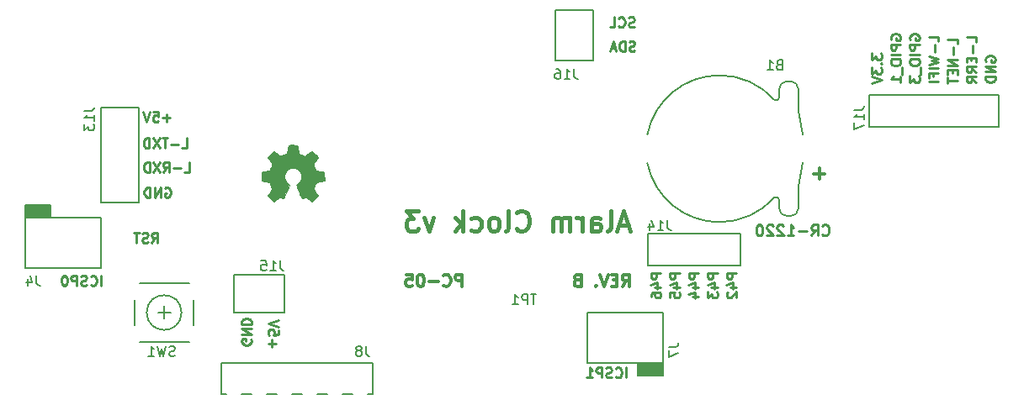
<source format=gbo>
G04 #@! TF.GenerationSoftware,KiCad,Pcbnew,5.0.0-fee4fd1~65~ubuntu17.10.1*
G04 #@! TF.CreationDate,2018-11-08T19:54:44-05:00*
G04 #@! TF.ProjectId,motherboard,6D6F74686572626F6172642E6B696361,rev?*
G04 #@! TF.SameCoordinates,Original*
G04 #@! TF.FileFunction,Legend,Bot*
G04 #@! TF.FilePolarity,Positive*
%FSLAX46Y46*%
G04 Gerber Fmt 4.6, Leading zero omitted, Abs format (unit mm)*
G04 Created by KiCad (PCBNEW 5.0.0-fee4fd1~65~ubuntu17.10.1) date Thu Nov  8 19:54:44 2018*
%MOMM*%
%LPD*%
G01*
G04 APERTURE LIST*
%ADD10C,0.250000*%
%ADD11C,0.180000*%
%ADD12C,0.300000*%
%ADD13C,0.400000*%
%ADD14C,0.002540*%
G04 APERTURE END LIST*
D10*
X122646595Y-103005000D02*
X122741833Y-102957380D01*
X122884690Y-102957380D01*
X123027547Y-103005000D01*
X123122785Y-103100238D01*
X123170404Y-103195476D01*
X123218023Y-103385952D01*
X123218023Y-103528809D01*
X123170404Y-103719285D01*
X123122785Y-103814523D01*
X123027547Y-103909761D01*
X122884690Y-103957380D01*
X122789452Y-103957380D01*
X122646595Y-103909761D01*
X122598976Y-103862142D01*
X122598976Y-103528809D01*
X122789452Y-103528809D01*
X122170404Y-103957380D02*
X122170404Y-102957380D01*
X121598976Y-103957380D01*
X121598976Y-102957380D01*
X121122785Y-103957380D02*
X121122785Y-102957380D01*
X120884690Y-102957380D01*
X120741833Y-103005000D01*
X120646595Y-103100238D01*
X120598976Y-103195476D01*
X120551357Y-103385952D01*
X120551357Y-103528809D01*
X120598976Y-103719285D01*
X120646595Y-103814523D01*
X120741833Y-103909761D01*
X120884690Y-103957380D01*
X121122785Y-103957380D01*
X205240000Y-90261785D02*
X205192380Y-90166547D01*
X205192380Y-90023690D01*
X205240000Y-89880833D01*
X205335238Y-89785595D01*
X205430476Y-89737976D01*
X205620952Y-89690357D01*
X205763809Y-89690357D01*
X205954285Y-89737976D01*
X206049523Y-89785595D01*
X206144761Y-89880833D01*
X206192380Y-90023690D01*
X206192380Y-90118928D01*
X206144761Y-90261785D01*
X206097142Y-90309404D01*
X205763809Y-90309404D01*
X205763809Y-90118928D01*
X206192380Y-90737976D02*
X205192380Y-90737976D01*
X206192380Y-91309404D01*
X205192380Y-91309404D01*
X206192380Y-91785595D02*
X205192380Y-91785595D01*
X205192380Y-92023690D01*
X205240000Y-92166547D01*
X205335238Y-92261785D01*
X205430476Y-92309404D01*
X205620952Y-92357023D01*
X205763809Y-92357023D01*
X205954285Y-92309404D01*
X206049523Y-92261785D01*
X206144761Y-92166547D01*
X206192380Y-92023690D01*
X206192380Y-91785595D01*
X193762380Y-89452261D02*
X193762380Y-90071309D01*
X194143333Y-89737976D01*
X194143333Y-89880833D01*
X194190952Y-89976071D01*
X194238571Y-90023690D01*
X194333809Y-90071309D01*
X194571904Y-90071309D01*
X194667142Y-90023690D01*
X194714761Y-89976071D01*
X194762380Y-89880833D01*
X194762380Y-89595119D01*
X194714761Y-89499880D01*
X194667142Y-89452261D01*
X194667142Y-90499880D02*
X194714761Y-90547500D01*
X194762380Y-90499880D01*
X194714761Y-90452261D01*
X194667142Y-90499880D01*
X194762380Y-90499880D01*
X193762380Y-90880833D02*
X193762380Y-91499880D01*
X194143333Y-91166547D01*
X194143333Y-91309404D01*
X194190952Y-91404642D01*
X194238571Y-91452261D01*
X194333809Y-91499880D01*
X194571904Y-91499880D01*
X194667142Y-91452261D01*
X194714761Y-91404642D01*
X194762380Y-91309404D01*
X194762380Y-91023690D01*
X194714761Y-90928452D01*
X194667142Y-90880833D01*
X193762380Y-91785595D02*
X194762380Y-92118928D01*
X193762380Y-92452261D01*
D11*
G36*
X170180000Y-121920000D02*
X170180000Y-120650000D01*
X172720000Y-120650000D01*
X172720000Y-121920000D01*
X170180000Y-121920000D01*
G37*
X170180000Y-121920000D02*
X170180000Y-120650000D01*
X172720000Y-120650000D01*
X172720000Y-121920000D01*
X170180000Y-121920000D01*
G36*
X108585000Y-106045000D02*
X108585000Y-104775000D01*
X111125000Y-104775000D01*
X111125000Y-106045000D01*
X108585000Y-106045000D01*
G37*
X108585000Y-106045000D02*
X108585000Y-104775000D01*
X111125000Y-104775000D01*
X111125000Y-106045000D01*
X108585000Y-106045000D01*
D10*
X169024357Y-122118380D02*
X169024357Y-121118380D01*
X167976738Y-122023142D02*
X168024357Y-122070761D01*
X168167214Y-122118380D01*
X168262452Y-122118380D01*
X168405309Y-122070761D01*
X168500547Y-121975523D01*
X168548166Y-121880285D01*
X168595785Y-121689809D01*
X168595785Y-121546952D01*
X168548166Y-121356476D01*
X168500547Y-121261238D01*
X168405309Y-121166000D01*
X168262452Y-121118380D01*
X168167214Y-121118380D01*
X168024357Y-121166000D01*
X167976738Y-121213619D01*
X167595785Y-122070761D02*
X167452928Y-122118380D01*
X167214833Y-122118380D01*
X167119595Y-122070761D01*
X167071976Y-122023142D01*
X167024357Y-121927904D01*
X167024357Y-121832666D01*
X167071976Y-121737428D01*
X167119595Y-121689809D01*
X167214833Y-121642190D01*
X167405309Y-121594571D01*
X167500547Y-121546952D01*
X167548166Y-121499333D01*
X167595785Y-121404095D01*
X167595785Y-121308857D01*
X167548166Y-121213619D01*
X167500547Y-121166000D01*
X167405309Y-121118380D01*
X167167214Y-121118380D01*
X167024357Y-121166000D01*
X166595785Y-122118380D02*
X166595785Y-121118380D01*
X166214833Y-121118380D01*
X166119595Y-121166000D01*
X166071976Y-121213619D01*
X166024357Y-121308857D01*
X166024357Y-121451714D01*
X166071976Y-121546952D01*
X166119595Y-121594571D01*
X166214833Y-121642190D01*
X166595785Y-121642190D01*
X165071976Y-122118380D02*
X165643404Y-122118380D01*
X165357690Y-122118380D02*
X165357690Y-121118380D01*
X165452928Y-121261238D01*
X165548166Y-121356476D01*
X165643404Y-121404095D01*
X116192357Y-112847380D02*
X116192357Y-111847380D01*
X115144738Y-112752142D02*
X115192357Y-112799761D01*
X115335214Y-112847380D01*
X115430452Y-112847380D01*
X115573309Y-112799761D01*
X115668547Y-112704523D01*
X115716166Y-112609285D01*
X115763785Y-112418809D01*
X115763785Y-112275952D01*
X115716166Y-112085476D01*
X115668547Y-111990238D01*
X115573309Y-111895000D01*
X115430452Y-111847380D01*
X115335214Y-111847380D01*
X115192357Y-111895000D01*
X115144738Y-111942619D01*
X114763785Y-112799761D02*
X114620928Y-112847380D01*
X114382833Y-112847380D01*
X114287595Y-112799761D01*
X114239976Y-112752142D01*
X114192357Y-112656904D01*
X114192357Y-112561666D01*
X114239976Y-112466428D01*
X114287595Y-112418809D01*
X114382833Y-112371190D01*
X114573309Y-112323571D01*
X114668547Y-112275952D01*
X114716166Y-112228333D01*
X114763785Y-112133095D01*
X114763785Y-112037857D01*
X114716166Y-111942619D01*
X114668547Y-111895000D01*
X114573309Y-111847380D01*
X114335214Y-111847380D01*
X114192357Y-111895000D01*
X113763785Y-112847380D02*
X113763785Y-111847380D01*
X113382833Y-111847380D01*
X113287595Y-111895000D01*
X113239976Y-111942619D01*
X113192357Y-112037857D01*
X113192357Y-112180714D01*
X113239976Y-112275952D01*
X113287595Y-112323571D01*
X113382833Y-112371190D01*
X113763785Y-112371190D01*
X112573309Y-111847380D02*
X112478071Y-111847380D01*
X112382833Y-111895000D01*
X112335214Y-111942619D01*
X112287595Y-112037857D01*
X112239976Y-112228333D01*
X112239976Y-112466428D01*
X112287595Y-112656904D01*
X112335214Y-112752142D01*
X112382833Y-112799761D01*
X112478071Y-112847380D01*
X112573309Y-112847380D01*
X112668547Y-112799761D01*
X112716166Y-112752142D01*
X112763785Y-112656904D01*
X112811404Y-112466428D01*
X112811404Y-112228333D01*
X112763785Y-112037857D01*
X112716166Y-111942619D01*
X112668547Y-111895000D01*
X112573309Y-111847380D01*
X121320261Y-108529380D02*
X121653595Y-108053190D01*
X121891690Y-108529380D02*
X121891690Y-107529380D01*
X121510738Y-107529380D01*
X121415500Y-107577000D01*
X121367880Y-107624619D01*
X121320261Y-107719857D01*
X121320261Y-107862714D01*
X121367880Y-107957952D01*
X121415500Y-108005571D01*
X121510738Y-108053190D01*
X121891690Y-108053190D01*
X120939309Y-108481761D02*
X120796452Y-108529380D01*
X120558357Y-108529380D01*
X120463119Y-108481761D01*
X120415500Y-108434142D01*
X120367880Y-108338904D01*
X120367880Y-108243666D01*
X120415500Y-108148428D01*
X120463119Y-108100809D01*
X120558357Y-108053190D01*
X120748833Y-108005571D01*
X120844071Y-107957952D01*
X120891690Y-107910333D01*
X120939309Y-107815095D01*
X120939309Y-107719857D01*
X120891690Y-107624619D01*
X120844071Y-107577000D01*
X120748833Y-107529380D01*
X120510738Y-107529380D01*
X120367880Y-107577000D01*
X120082166Y-107529380D02*
X119510738Y-107529380D01*
X119796452Y-108529380D02*
X119796452Y-107529380D01*
D12*
X152533000Y-112937857D02*
X152533000Y-111737857D01*
X152075857Y-111737857D01*
X151961571Y-111795000D01*
X151904428Y-111852142D01*
X151847285Y-111966428D01*
X151847285Y-112137857D01*
X151904428Y-112252142D01*
X151961571Y-112309285D01*
X152075857Y-112366428D01*
X152533000Y-112366428D01*
X150647285Y-112823571D02*
X150704428Y-112880714D01*
X150875857Y-112937857D01*
X150990142Y-112937857D01*
X151161571Y-112880714D01*
X151275857Y-112766428D01*
X151333000Y-112652142D01*
X151390142Y-112423571D01*
X151390142Y-112252142D01*
X151333000Y-112023571D01*
X151275857Y-111909285D01*
X151161571Y-111795000D01*
X150990142Y-111737857D01*
X150875857Y-111737857D01*
X150704428Y-111795000D01*
X150647285Y-111852142D01*
X150133000Y-112480714D02*
X149218714Y-112480714D01*
X148418714Y-111737857D02*
X148304428Y-111737857D01*
X148190142Y-111795000D01*
X148133000Y-111852142D01*
X148075857Y-111966428D01*
X148018714Y-112195000D01*
X148018714Y-112480714D01*
X148075857Y-112709285D01*
X148133000Y-112823571D01*
X148190142Y-112880714D01*
X148304428Y-112937857D01*
X148418714Y-112937857D01*
X148533000Y-112880714D01*
X148590142Y-112823571D01*
X148647285Y-112709285D01*
X148704428Y-112480714D01*
X148704428Y-112195000D01*
X148647285Y-111966428D01*
X148590142Y-111852142D01*
X148533000Y-111795000D01*
X148418714Y-111737857D01*
X146933000Y-111737857D02*
X147504428Y-111737857D01*
X147561571Y-112309285D01*
X147504428Y-112252142D01*
X147390142Y-112195000D01*
X147104428Y-112195000D01*
X146990142Y-112252142D01*
X146933000Y-112309285D01*
X146875857Y-112423571D01*
X146875857Y-112709285D01*
X146933000Y-112823571D01*
X146990142Y-112880714D01*
X147104428Y-112937857D01*
X147390142Y-112937857D01*
X147504428Y-112880714D01*
X147561571Y-112823571D01*
D10*
X123170404Y-95956428D02*
X122408500Y-95956428D01*
X122789452Y-96337380D02*
X122789452Y-95575476D01*
X121456119Y-95337380D02*
X121932309Y-95337380D01*
X121979928Y-95813571D01*
X121932309Y-95765952D01*
X121837071Y-95718333D01*
X121598976Y-95718333D01*
X121503738Y-95765952D01*
X121456119Y-95813571D01*
X121408500Y-95908809D01*
X121408500Y-96146904D01*
X121456119Y-96242142D01*
X121503738Y-96289761D01*
X121598976Y-96337380D01*
X121837071Y-96337380D01*
X121932309Y-96289761D01*
X121979928Y-96242142D01*
X121122785Y-95337380D02*
X120789452Y-96337380D01*
X120456119Y-95337380D01*
D12*
X189039428Y-101580142D02*
X187896571Y-101580142D01*
X188468000Y-102151571D02*
X188468000Y-101008714D01*
X168652571Y-112937857D02*
X169052571Y-112366428D01*
X169338285Y-112937857D02*
X169338285Y-111737857D01*
X168881142Y-111737857D01*
X168766857Y-111795000D01*
X168709714Y-111852142D01*
X168652571Y-111966428D01*
X168652571Y-112137857D01*
X168709714Y-112252142D01*
X168766857Y-112309285D01*
X168881142Y-112366428D01*
X169338285Y-112366428D01*
X168138285Y-112309285D02*
X167738285Y-112309285D01*
X167566857Y-112937857D02*
X168138285Y-112937857D01*
X168138285Y-111737857D01*
X167566857Y-111737857D01*
X167224000Y-111737857D02*
X166824000Y-112937857D01*
X166424000Y-111737857D01*
X166024000Y-112823571D02*
X165966857Y-112880714D01*
X166024000Y-112937857D01*
X166081142Y-112880714D01*
X166024000Y-112823571D01*
X166024000Y-112937857D01*
X164138285Y-112309285D02*
X163966857Y-112366428D01*
X163909714Y-112423571D01*
X163852571Y-112537857D01*
X163852571Y-112709285D01*
X163909714Y-112823571D01*
X163966857Y-112880714D01*
X164081142Y-112937857D01*
X164538285Y-112937857D01*
X164538285Y-111737857D01*
X164138285Y-111737857D01*
X164024000Y-111795000D01*
X163966857Y-111852142D01*
X163909714Y-111966428D01*
X163909714Y-112080714D01*
X163966857Y-112195000D01*
X164024000Y-112252142D01*
X164138285Y-112309285D01*
X164538285Y-112309285D01*
D10*
X188786714Y-107707857D02*
X188839095Y-107760238D01*
X188996238Y-107812619D01*
X189101000Y-107812619D01*
X189258142Y-107760238D01*
X189362904Y-107655476D01*
X189415285Y-107550714D01*
X189467666Y-107341190D01*
X189467666Y-107184047D01*
X189415285Y-106974523D01*
X189362904Y-106869761D01*
X189258142Y-106765000D01*
X189101000Y-106712619D01*
X188996238Y-106712619D01*
X188839095Y-106765000D01*
X188786714Y-106817380D01*
X187686714Y-107812619D02*
X188053380Y-107288809D01*
X188315285Y-107812619D02*
X188315285Y-106712619D01*
X187896238Y-106712619D01*
X187791476Y-106765000D01*
X187739095Y-106817380D01*
X187686714Y-106922142D01*
X187686714Y-107079285D01*
X187739095Y-107184047D01*
X187791476Y-107236428D01*
X187896238Y-107288809D01*
X188315285Y-107288809D01*
X187215285Y-107393571D02*
X186377190Y-107393571D01*
X185277190Y-107812619D02*
X185905761Y-107812619D01*
X185591476Y-107812619D02*
X185591476Y-106712619D01*
X185696238Y-106869761D01*
X185801000Y-106974523D01*
X185905761Y-107026904D01*
X184858142Y-106817380D02*
X184805761Y-106765000D01*
X184701000Y-106712619D01*
X184439095Y-106712619D01*
X184334333Y-106765000D01*
X184281952Y-106817380D01*
X184229571Y-106922142D01*
X184229571Y-107026904D01*
X184281952Y-107184047D01*
X184910523Y-107812619D01*
X184229571Y-107812619D01*
X183810523Y-106817380D02*
X183758142Y-106765000D01*
X183653380Y-106712619D01*
X183391476Y-106712619D01*
X183286714Y-106765000D01*
X183234333Y-106817380D01*
X183181952Y-106922142D01*
X183181952Y-107026904D01*
X183234333Y-107184047D01*
X183862904Y-107812619D01*
X183181952Y-107812619D01*
X182501000Y-106712619D02*
X182396238Y-106712619D01*
X182291476Y-106765000D01*
X182239095Y-106817380D01*
X182186714Y-106922142D01*
X182134333Y-107131666D01*
X182134333Y-107393571D01*
X182186714Y-107603095D01*
X182239095Y-107707857D01*
X182291476Y-107760238D01*
X182396238Y-107812619D01*
X182501000Y-107812619D01*
X182605761Y-107760238D01*
X182658142Y-107707857D01*
X182710523Y-107603095D01*
X182762904Y-107393571D01*
X182762904Y-107131666D01*
X182710523Y-106922142D01*
X182658142Y-106817380D01*
X182605761Y-106765000D01*
X182501000Y-106712619D01*
D13*
X169285047Y-106759333D02*
X168332666Y-106759333D01*
X169475523Y-107330761D02*
X168808857Y-105330761D01*
X168142190Y-107330761D01*
X167189809Y-107330761D02*
X167380285Y-107235523D01*
X167475523Y-107045047D01*
X167475523Y-105330761D01*
X165570761Y-107330761D02*
X165570761Y-106283142D01*
X165666000Y-106092666D01*
X165856476Y-105997428D01*
X166237428Y-105997428D01*
X166427904Y-106092666D01*
X165570761Y-107235523D02*
X165761238Y-107330761D01*
X166237428Y-107330761D01*
X166427904Y-107235523D01*
X166523142Y-107045047D01*
X166523142Y-106854571D01*
X166427904Y-106664095D01*
X166237428Y-106568857D01*
X165761238Y-106568857D01*
X165570761Y-106473619D01*
X164618380Y-107330761D02*
X164618380Y-105997428D01*
X164618380Y-106378380D02*
X164523142Y-106187904D01*
X164427904Y-106092666D01*
X164237428Y-105997428D01*
X164046952Y-105997428D01*
X163380285Y-107330761D02*
X163380285Y-105997428D01*
X163380285Y-106187904D02*
X163285047Y-106092666D01*
X163094571Y-105997428D01*
X162808857Y-105997428D01*
X162618380Y-106092666D01*
X162523142Y-106283142D01*
X162523142Y-107330761D01*
X162523142Y-106283142D02*
X162427904Y-106092666D01*
X162237428Y-105997428D01*
X161951714Y-105997428D01*
X161761238Y-106092666D01*
X161666000Y-106283142D01*
X161666000Y-107330761D01*
X158046952Y-107140285D02*
X158142190Y-107235523D01*
X158427904Y-107330761D01*
X158618380Y-107330761D01*
X158904095Y-107235523D01*
X159094571Y-107045047D01*
X159189809Y-106854571D01*
X159285047Y-106473619D01*
X159285047Y-106187904D01*
X159189809Y-105806952D01*
X159094571Y-105616476D01*
X158904095Y-105426000D01*
X158618380Y-105330761D01*
X158427904Y-105330761D01*
X158142190Y-105426000D01*
X158046952Y-105521238D01*
X156904095Y-107330761D02*
X157094571Y-107235523D01*
X157189809Y-107045047D01*
X157189809Y-105330761D01*
X155856476Y-107330761D02*
X156046952Y-107235523D01*
X156142190Y-107140285D01*
X156237428Y-106949809D01*
X156237428Y-106378380D01*
X156142190Y-106187904D01*
X156046952Y-106092666D01*
X155856476Y-105997428D01*
X155570761Y-105997428D01*
X155380285Y-106092666D01*
X155285047Y-106187904D01*
X155189809Y-106378380D01*
X155189809Y-106949809D01*
X155285047Y-107140285D01*
X155380285Y-107235523D01*
X155570761Y-107330761D01*
X155856476Y-107330761D01*
X153475523Y-107235523D02*
X153666000Y-107330761D01*
X154046952Y-107330761D01*
X154237428Y-107235523D01*
X154332666Y-107140285D01*
X154427904Y-106949809D01*
X154427904Y-106378380D01*
X154332666Y-106187904D01*
X154237428Y-106092666D01*
X154046952Y-105997428D01*
X153666000Y-105997428D01*
X153475523Y-106092666D01*
X152618380Y-107330761D02*
X152618380Y-105330761D01*
X152427904Y-106568857D02*
X151856476Y-107330761D01*
X151856476Y-105997428D02*
X152618380Y-106759333D01*
X149666000Y-105997428D02*
X149189809Y-107330761D01*
X148713619Y-105997428D01*
X148142190Y-105330761D02*
X146904095Y-105330761D01*
X147570761Y-106092666D01*
X147285047Y-106092666D01*
X147094571Y-106187904D01*
X146999333Y-106283142D01*
X146904095Y-106473619D01*
X146904095Y-106949809D01*
X146999333Y-107140285D01*
X147094571Y-107235523D01*
X147285047Y-107330761D01*
X147856476Y-107330761D01*
X148046952Y-107235523D01*
X148142190Y-107140285D01*
D10*
X131310000Y-118272214D02*
X131357619Y-118367452D01*
X131357619Y-118510309D01*
X131310000Y-118653166D01*
X131214761Y-118748404D01*
X131119523Y-118796023D01*
X130929047Y-118843642D01*
X130786190Y-118843642D01*
X130595714Y-118796023D01*
X130500476Y-118748404D01*
X130405238Y-118653166D01*
X130357619Y-118510309D01*
X130357619Y-118415071D01*
X130405238Y-118272214D01*
X130452857Y-118224595D01*
X130786190Y-118224595D01*
X130786190Y-118415071D01*
X130357619Y-117796023D02*
X131357619Y-117796023D01*
X130357619Y-117224595D01*
X131357619Y-117224595D01*
X130357619Y-116748404D02*
X131357619Y-116748404D01*
X131357619Y-116510309D01*
X131310000Y-116367452D01*
X131214761Y-116272214D01*
X131119523Y-116224595D01*
X130929047Y-116176976D01*
X130786190Y-116176976D01*
X130595714Y-116224595D01*
X130500476Y-116272214D01*
X130405238Y-116367452D01*
X130357619Y-116510309D01*
X130357619Y-116748404D01*
X124599214Y-101417380D02*
X125075404Y-101417380D01*
X125075404Y-100417380D01*
X124265880Y-101036428D02*
X123503976Y-101036428D01*
X122456357Y-101417380D02*
X122789690Y-100941190D01*
X123027785Y-101417380D02*
X123027785Y-100417380D01*
X122646833Y-100417380D01*
X122551595Y-100465000D01*
X122503976Y-100512619D01*
X122456357Y-100607857D01*
X122456357Y-100750714D01*
X122503976Y-100845952D01*
X122551595Y-100893571D01*
X122646833Y-100941190D01*
X123027785Y-100941190D01*
X122123023Y-100417380D02*
X121456357Y-101417380D01*
X121456357Y-100417380D02*
X122123023Y-101417380D01*
X121075404Y-101417380D02*
X121075404Y-100417380D01*
X120837309Y-100417380D01*
X120694452Y-100465000D01*
X120599214Y-100560238D01*
X120551595Y-100655476D01*
X120503976Y-100845952D01*
X120503976Y-100988809D01*
X120551595Y-101179285D01*
X120599214Y-101274523D01*
X120694452Y-101369761D01*
X120837309Y-101417380D01*
X121075404Y-101417380D01*
X133405571Y-119050023D02*
X133405571Y-118288119D01*
X133024619Y-118669071D02*
X133786523Y-118669071D01*
X134024619Y-117335738D02*
X134024619Y-117811928D01*
X133548428Y-117859547D01*
X133596047Y-117811928D01*
X133643666Y-117716690D01*
X133643666Y-117478595D01*
X133596047Y-117383357D01*
X133548428Y-117335738D01*
X133453190Y-117288119D01*
X133215095Y-117288119D01*
X133119857Y-117335738D01*
X133072238Y-117383357D01*
X133024619Y-117478595D01*
X133024619Y-117716690D01*
X133072238Y-117811928D01*
X133119857Y-117859547D01*
X134024619Y-117002404D02*
X133024619Y-116669071D01*
X134024619Y-116335738D01*
X124345214Y-99004380D02*
X124821404Y-99004380D01*
X124821404Y-98004380D01*
X124011880Y-98623428D02*
X123249976Y-98623428D01*
X122916642Y-98004380D02*
X122345214Y-98004380D01*
X122630928Y-99004380D02*
X122630928Y-98004380D01*
X122107119Y-98004380D02*
X121440452Y-99004380D01*
X121440452Y-98004380D02*
X122107119Y-99004380D01*
X121059500Y-99004380D02*
X121059500Y-98004380D01*
X120821404Y-98004380D01*
X120678547Y-98052000D01*
X120583309Y-98147238D01*
X120535690Y-98242476D01*
X120488071Y-98432952D01*
X120488071Y-98575809D01*
X120535690Y-98766285D01*
X120583309Y-98861523D01*
X120678547Y-98956761D01*
X120821404Y-99004380D01*
X121059500Y-99004380D01*
X169913547Y-89177761D02*
X169770690Y-89225380D01*
X169532595Y-89225380D01*
X169437357Y-89177761D01*
X169389738Y-89130142D01*
X169342119Y-89034904D01*
X169342119Y-88939666D01*
X169389738Y-88844428D01*
X169437357Y-88796809D01*
X169532595Y-88749190D01*
X169723071Y-88701571D01*
X169818309Y-88653952D01*
X169865928Y-88606333D01*
X169913547Y-88511095D01*
X169913547Y-88415857D01*
X169865928Y-88320619D01*
X169818309Y-88273000D01*
X169723071Y-88225380D01*
X169484976Y-88225380D01*
X169342119Y-88273000D01*
X168913547Y-89225380D02*
X168913547Y-88225380D01*
X168675452Y-88225380D01*
X168532595Y-88273000D01*
X168437357Y-88368238D01*
X168389738Y-88463476D01*
X168342119Y-88653952D01*
X168342119Y-88796809D01*
X168389738Y-88987285D01*
X168437357Y-89082523D01*
X168532595Y-89177761D01*
X168675452Y-89225380D01*
X168913547Y-89225380D01*
X167961166Y-88939666D02*
X167484976Y-88939666D01*
X168056404Y-89225380D02*
X167723071Y-88225380D01*
X167389738Y-89225380D01*
X169865928Y-86764761D02*
X169723071Y-86812380D01*
X169484976Y-86812380D01*
X169389738Y-86764761D01*
X169342119Y-86717142D01*
X169294500Y-86621904D01*
X169294500Y-86526666D01*
X169342119Y-86431428D01*
X169389738Y-86383809D01*
X169484976Y-86336190D01*
X169675452Y-86288571D01*
X169770690Y-86240952D01*
X169818309Y-86193333D01*
X169865928Y-86098095D01*
X169865928Y-86002857D01*
X169818309Y-85907619D01*
X169770690Y-85860000D01*
X169675452Y-85812380D01*
X169437357Y-85812380D01*
X169294500Y-85860000D01*
X168294500Y-86717142D02*
X168342119Y-86764761D01*
X168484976Y-86812380D01*
X168580214Y-86812380D01*
X168723071Y-86764761D01*
X168818309Y-86669523D01*
X168865928Y-86574285D01*
X168913547Y-86383809D01*
X168913547Y-86240952D01*
X168865928Y-86050476D01*
X168818309Y-85955238D01*
X168723071Y-85860000D01*
X168580214Y-85812380D01*
X168484976Y-85812380D01*
X168342119Y-85860000D01*
X168294500Y-85907619D01*
X167389738Y-86812380D02*
X167865928Y-86812380D01*
X167865928Y-85812380D01*
X195715000Y-88071309D02*
X195667380Y-87976071D01*
X195667380Y-87833214D01*
X195715000Y-87690357D01*
X195810238Y-87595119D01*
X195905476Y-87547500D01*
X196095952Y-87499880D01*
X196238809Y-87499880D01*
X196429285Y-87547500D01*
X196524523Y-87595119D01*
X196619761Y-87690357D01*
X196667380Y-87833214D01*
X196667380Y-87928452D01*
X196619761Y-88071309D01*
X196572142Y-88118928D01*
X196238809Y-88118928D01*
X196238809Y-87928452D01*
X196667380Y-88547500D02*
X195667380Y-88547500D01*
X195667380Y-88928452D01*
X195715000Y-89023690D01*
X195762619Y-89071309D01*
X195857857Y-89118928D01*
X196000714Y-89118928D01*
X196095952Y-89071309D01*
X196143571Y-89023690D01*
X196191190Y-88928452D01*
X196191190Y-88547500D01*
X196667380Y-89547500D02*
X195667380Y-89547500D01*
X195667380Y-90214166D02*
X195667380Y-90404642D01*
X195715000Y-90499880D01*
X195810238Y-90595119D01*
X196000714Y-90642738D01*
X196334047Y-90642738D01*
X196524523Y-90595119D01*
X196619761Y-90499880D01*
X196667380Y-90404642D01*
X196667380Y-90214166D01*
X196619761Y-90118928D01*
X196524523Y-90023690D01*
X196334047Y-89976071D01*
X196000714Y-89976071D01*
X195810238Y-90023690D01*
X195715000Y-90118928D01*
X195667380Y-90214166D01*
X196762619Y-90833214D02*
X196762619Y-91595119D01*
X196667380Y-92357023D02*
X196667380Y-91785595D01*
X196667380Y-92071309D02*
X195667380Y-92071309D01*
X195810238Y-91976071D01*
X195905476Y-91880833D01*
X195953095Y-91785595D01*
X197620000Y-88071309D02*
X197572380Y-87976071D01*
X197572380Y-87833214D01*
X197620000Y-87690357D01*
X197715238Y-87595119D01*
X197810476Y-87547500D01*
X198000952Y-87499880D01*
X198143809Y-87499880D01*
X198334285Y-87547500D01*
X198429523Y-87595119D01*
X198524761Y-87690357D01*
X198572380Y-87833214D01*
X198572380Y-87928452D01*
X198524761Y-88071309D01*
X198477142Y-88118928D01*
X198143809Y-88118928D01*
X198143809Y-87928452D01*
X198572380Y-88547500D02*
X197572380Y-88547500D01*
X197572380Y-88928452D01*
X197620000Y-89023690D01*
X197667619Y-89071309D01*
X197762857Y-89118928D01*
X197905714Y-89118928D01*
X198000952Y-89071309D01*
X198048571Y-89023690D01*
X198096190Y-88928452D01*
X198096190Y-88547500D01*
X198572380Y-89547500D02*
X197572380Y-89547500D01*
X197572380Y-90214166D02*
X197572380Y-90404642D01*
X197620000Y-90499880D01*
X197715238Y-90595119D01*
X197905714Y-90642738D01*
X198239047Y-90642738D01*
X198429523Y-90595119D01*
X198524761Y-90499880D01*
X198572380Y-90404642D01*
X198572380Y-90214166D01*
X198524761Y-90118928D01*
X198429523Y-90023690D01*
X198239047Y-89976071D01*
X197905714Y-89976071D01*
X197715238Y-90023690D01*
X197620000Y-90118928D01*
X197572380Y-90214166D01*
X198667619Y-90833214D02*
X198667619Y-91595119D01*
X197572380Y-91737976D02*
X197572380Y-92357023D01*
X197953333Y-92023690D01*
X197953333Y-92166547D01*
X198000952Y-92261785D01*
X198048571Y-92309404D01*
X198143809Y-92357023D01*
X198381904Y-92357023D01*
X198477142Y-92309404D01*
X198524761Y-92261785D01*
X198572380Y-92166547D01*
X198572380Y-91880833D01*
X198524761Y-91785595D01*
X198477142Y-91737976D01*
X204287380Y-88309404D02*
X204287380Y-87833214D01*
X203287380Y-87833214D01*
X203906428Y-88642738D02*
X203906428Y-89404642D01*
X203763571Y-89880833D02*
X203763571Y-90214166D01*
X204287380Y-90357023D02*
X204287380Y-89880833D01*
X203287380Y-89880833D01*
X203287380Y-90357023D01*
X204287380Y-91357023D02*
X203811190Y-91023690D01*
X204287380Y-90785595D02*
X203287380Y-90785595D01*
X203287380Y-91166547D01*
X203335000Y-91261785D01*
X203382619Y-91309404D01*
X203477857Y-91357023D01*
X203620714Y-91357023D01*
X203715952Y-91309404D01*
X203763571Y-91261785D01*
X203811190Y-91166547D01*
X203811190Y-90785595D01*
X204287380Y-92357023D02*
X203811190Y-92023690D01*
X204287380Y-91785595D02*
X203287380Y-91785595D01*
X203287380Y-92166547D01*
X203335000Y-92261785D01*
X203382619Y-92309404D01*
X203477857Y-92357023D01*
X203620714Y-92357023D01*
X203715952Y-92309404D01*
X203763571Y-92261785D01*
X203811190Y-92166547D01*
X203811190Y-91785595D01*
X200477380Y-88261785D02*
X200477380Y-87785595D01*
X199477380Y-87785595D01*
X200096428Y-88595119D02*
X200096428Y-89357023D01*
X199477380Y-89737976D02*
X200477380Y-89976071D01*
X199763095Y-90166547D01*
X200477380Y-90357023D01*
X199477380Y-90595119D01*
X200477380Y-90976071D02*
X199477380Y-90976071D01*
X199953571Y-91785595D02*
X199953571Y-91452261D01*
X200477380Y-91452261D02*
X199477380Y-91452261D01*
X199477380Y-91928452D01*
X200477380Y-92309404D02*
X199477380Y-92309404D01*
X202382380Y-88499880D02*
X202382380Y-88023690D01*
X201382380Y-88023690D01*
X202001428Y-88833214D02*
X202001428Y-89595119D01*
X202382380Y-90071309D02*
X201382380Y-90071309D01*
X202382380Y-90642738D01*
X201382380Y-90642738D01*
X201858571Y-91118928D02*
X201858571Y-91452261D01*
X202382380Y-91595119D02*
X202382380Y-91118928D01*
X201382380Y-91118928D01*
X201382380Y-91595119D01*
X201382380Y-91880833D02*
X201382380Y-92452261D01*
X202382380Y-92166547D02*
X201382380Y-92166547D01*
X172537380Y-111597833D02*
X171537380Y-111597833D01*
X171537380Y-111978785D01*
X171585000Y-112074023D01*
X171632619Y-112121642D01*
X171727857Y-112169261D01*
X171870714Y-112169261D01*
X171965952Y-112121642D01*
X172013571Y-112074023D01*
X172061190Y-111978785D01*
X172061190Y-111597833D01*
X171870714Y-113026404D02*
X172537380Y-113026404D01*
X171489761Y-112788309D02*
X172204047Y-112550214D01*
X172204047Y-113169261D01*
X171537380Y-113978785D02*
X171537380Y-113788309D01*
X171585000Y-113693071D01*
X171632619Y-113645452D01*
X171775476Y-113550214D01*
X171965952Y-113502595D01*
X172346904Y-113502595D01*
X172442142Y-113550214D01*
X172489761Y-113597833D01*
X172537380Y-113693071D01*
X172537380Y-113883547D01*
X172489761Y-113978785D01*
X172442142Y-114026404D01*
X172346904Y-114074023D01*
X172108809Y-114074023D01*
X172013571Y-114026404D01*
X171965952Y-113978785D01*
X171918333Y-113883547D01*
X171918333Y-113693071D01*
X171965952Y-113597833D01*
X172013571Y-113550214D01*
X172108809Y-113502595D01*
X174442380Y-111597833D02*
X173442380Y-111597833D01*
X173442380Y-111978785D01*
X173490000Y-112074023D01*
X173537619Y-112121642D01*
X173632857Y-112169261D01*
X173775714Y-112169261D01*
X173870952Y-112121642D01*
X173918571Y-112074023D01*
X173966190Y-111978785D01*
X173966190Y-111597833D01*
X173775714Y-113026404D02*
X174442380Y-113026404D01*
X173394761Y-112788309D02*
X174109047Y-112550214D01*
X174109047Y-113169261D01*
X173442380Y-114026404D02*
X173442380Y-113550214D01*
X173918571Y-113502595D01*
X173870952Y-113550214D01*
X173823333Y-113645452D01*
X173823333Y-113883547D01*
X173870952Y-113978785D01*
X173918571Y-114026404D01*
X174013809Y-114074023D01*
X174251904Y-114074023D01*
X174347142Y-114026404D01*
X174394761Y-113978785D01*
X174442380Y-113883547D01*
X174442380Y-113645452D01*
X174394761Y-113550214D01*
X174347142Y-113502595D01*
X176347380Y-111597833D02*
X175347380Y-111597833D01*
X175347380Y-111978785D01*
X175395000Y-112074023D01*
X175442619Y-112121642D01*
X175537857Y-112169261D01*
X175680714Y-112169261D01*
X175775952Y-112121642D01*
X175823571Y-112074023D01*
X175871190Y-111978785D01*
X175871190Y-111597833D01*
X175680714Y-113026404D02*
X176347380Y-113026404D01*
X175299761Y-112788309D02*
X176014047Y-112550214D01*
X176014047Y-113169261D01*
X175680714Y-113978785D02*
X176347380Y-113978785D01*
X175299761Y-113740690D02*
X176014047Y-113502595D01*
X176014047Y-114121642D01*
X178252380Y-111597833D02*
X177252380Y-111597833D01*
X177252380Y-111978785D01*
X177300000Y-112074023D01*
X177347619Y-112121642D01*
X177442857Y-112169261D01*
X177585714Y-112169261D01*
X177680952Y-112121642D01*
X177728571Y-112074023D01*
X177776190Y-111978785D01*
X177776190Y-111597833D01*
X177585714Y-113026404D02*
X178252380Y-113026404D01*
X177204761Y-112788309D02*
X177919047Y-112550214D01*
X177919047Y-113169261D01*
X177252380Y-113454976D02*
X177252380Y-114074023D01*
X177633333Y-113740690D01*
X177633333Y-113883547D01*
X177680952Y-113978785D01*
X177728571Y-114026404D01*
X177823809Y-114074023D01*
X178061904Y-114074023D01*
X178157142Y-114026404D01*
X178204761Y-113978785D01*
X178252380Y-113883547D01*
X178252380Y-113597833D01*
X178204761Y-113502595D01*
X178157142Y-113454976D01*
X180157380Y-111597833D02*
X179157380Y-111597833D01*
X179157380Y-111978785D01*
X179205000Y-112074023D01*
X179252619Y-112121642D01*
X179347857Y-112169261D01*
X179490714Y-112169261D01*
X179585952Y-112121642D01*
X179633571Y-112074023D01*
X179681190Y-111978785D01*
X179681190Y-111597833D01*
X179490714Y-113026404D02*
X180157380Y-113026404D01*
X179109761Y-112788309D02*
X179824047Y-112550214D01*
X179824047Y-113169261D01*
X179252619Y-113502595D02*
X179205000Y-113550214D01*
X179157380Y-113645452D01*
X179157380Y-113883547D01*
X179205000Y-113978785D01*
X179252619Y-114026404D01*
X179347857Y-114074023D01*
X179443095Y-114074023D01*
X179585952Y-114026404D01*
X180157380Y-113454976D01*
X180157380Y-114074023D01*
D14*
G04 #@! TO.C,REF\002A\002A*
G36*
X137434320Y-104386380D02*
X137398760Y-104368600D01*
X137325100Y-104322880D01*
X137218420Y-104251760D01*
X137093960Y-104167940D01*
X136969500Y-104084120D01*
X136865360Y-104015540D01*
X136791700Y-103967280D01*
X136761220Y-103952040D01*
X136745980Y-103957120D01*
X136685020Y-103985060D01*
X136598660Y-104030780D01*
X136550400Y-104056180D01*
X136469120Y-104091740D01*
X136431020Y-104099360D01*
X136423400Y-104086660D01*
X136395460Y-104025700D01*
X136349740Y-103921560D01*
X136288780Y-103784400D01*
X136220200Y-103624380D01*
X136146540Y-103449120D01*
X136072880Y-103273860D01*
X136001760Y-103103680D01*
X135940800Y-102951280D01*
X135890000Y-102826820D01*
X135856980Y-102743000D01*
X135846820Y-102704900D01*
X135849360Y-102697280D01*
X135890000Y-102659180D01*
X135958580Y-102605840D01*
X136108440Y-102483920D01*
X136258300Y-102298500D01*
X136347200Y-102090220D01*
X136377680Y-101856540D01*
X136352280Y-101640640D01*
X136265920Y-101432360D01*
X136121140Y-101244400D01*
X135945880Y-101104700D01*
X135740140Y-101018340D01*
X135509000Y-100987860D01*
X135288020Y-101013260D01*
X135074660Y-101097080D01*
X134889240Y-101239320D01*
X134810500Y-101330760D01*
X134701280Y-101521260D01*
X134637780Y-101724460D01*
X134632700Y-101777800D01*
X134640320Y-101998780D01*
X134706360Y-102212140D01*
X134825740Y-102402640D01*
X134988300Y-102560120D01*
X135008620Y-102575360D01*
X135084820Y-102631240D01*
X135135620Y-102669340D01*
X135173720Y-102702360D01*
X134891780Y-103385620D01*
X134846060Y-103494840D01*
X134767320Y-103680260D01*
X134698740Y-103842820D01*
X134645400Y-103969820D01*
X134607300Y-104056180D01*
X134589520Y-104089200D01*
X134586980Y-104091740D01*
X134564120Y-104096820D01*
X134510780Y-104079040D01*
X134416800Y-104030780D01*
X134353300Y-104000300D01*
X134279640Y-103964740D01*
X134246620Y-103952040D01*
X134218680Y-103967280D01*
X134150100Y-104010460D01*
X134048500Y-104079040D01*
X133926580Y-104162860D01*
X133809740Y-104241600D01*
X133703060Y-104312720D01*
X133624320Y-104360980D01*
X133586220Y-104381300D01*
X133581140Y-104381300D01*
X133545580Y-104363520D01*
X133484620Y-104312720D01*
X133393180Y-104223820D01*
X133261100Y-104094280D01*
X133240780Y-104073960D01*
X133131560Y-103964740D01*
X133045200Y-103870760D01*
X132984240Y-103807260D01*
X132963920Y-103776780D01*
X132984240Y-103738680D01*
X133032500Y-103659940D01*
X133103620Y-103553260D01*
X133189980Y-103426260D01*
X133416040Y-103096060D01*
X133291580Y-102786180D01*
X133253480Y-102692200D01*
X133205220Y-102575360D01*
X133169660Y-102494080D01*
X133151880Y-102458520D01*
X133116320Y-102445820D01*
X133032500Y-102425500D01*
X132910580Y-102400100D01*
X132763260Y-102372160D01*
X132623560Y-102346760D01*
X132496560Y-102323900D01*
X132405120Y-102306120D01*
X132364480Y-102295960D01*
X132354320Y-102290880D01*
X132346700Y-102270560D01*
X132339080Y-102227380D01*
X132336540Y-102151180D01*
X132336540Y-102031800D01*
X132336540Y-101856540D01*
X132336540Y-101838760D01*
X132336540Y-101671120D01*
X132339080Y-101539040D01*
X132344160Y-101450140D01*
X132349240Y-101417120D01*
X132351780Y-101414580D01*
X132389880Y-101406960D01*
X132478780Y-101386640D01*
X132605780Y-101363780D01*
X132755640Y-101333300D01*
X132765800Y-101333300D01*
X132915660Y-101302820D01*
X133042660Y-101277420D01*
X133129020Y-101257100D01*
X133167120Y-101244400D01*
X133174740Y-101234240D01*
X133205220Y-101175820D01*
X133248400Y-101081840D01*
X133299200Y-100970080D01*
X133347460Y-100850700D01*
X133390640Y-100744020D01*
X133418580Y-100665280D01*
X133426200Y-100629720D01*
X133403340Y-100591620D01*
X133352540Y-100515420D01*
X133278880Y-100406200D01*
X133192520Y-100279200D01*
X133184900Y-100269040D01*
X133098540Y-100142040D01*
X133027420Y-100035360D01*
X132981700Y-99959160D01*
X132963920Y-99923600D01*
X132963920Y-99921060D01*
X132991860Y-99885500D01*
X133057900Y-99811840D01*
X133149340Y-99715320D01*
X133261100Y-99603560D01*
X133296660Y-99568000D01*
X133421120Y-99448620D01*
X133504940Y-99369880D01*
X133558280Y-99326700D01*
X133583680Y-99319080D01*
X133586220Y-99319080D01*
X133624320Y-99341940D01*
X133703060Y-99395280D01*
X133812280Y-99468940D01*
X133941820Y-99555300D01*
X133951980Y-99560380D01*
X134076440Y-99646740D01*
X134183120Y-99717860D01*
X134259320Y-99768660D01*
X134292340Y-99788980D01*
X134297420Y-99788980D01*
X134348220Y-99773740D01*
X134439660Y-99740720D01*
X134548880Y-99697540D01*
X134668260Y-99651820D01*
X134774940Y-99606100D01*
X134853680Y-99570540D01*
X134891780Y-99547680D01*
X134907020Y-99501960D01*
X134927340Y-99407980D01*
X134955280Y-99275900D01*
X134985760Y-99120960D01*
X134988300Y-99095560D01*
X135018780Y-98943160D01*
X135041640Y-98818700D01*
X135059420Y-98732340D01*
X135069580Y-98696780D01*
X135089900Y-98691700D01*
X135163560Y-98686620D01*
X135277860Y-98684080D01*
X135412480Y-98681540D01*
X135557260Y-98684080D01*
X135696960Y-98686620D01*
X135816340Y-98691700D01*
X135902700Y-98696780D01*
X135938260Y-98704400D01*
X135953500Y-98752660D01*
X135973820Y-98846640D01*
X135999220Y-98978720D01*
X136029700Y-99136200D01*
X136034780Y-99161600D01*
X136062720Y-99314000D01*
X136088120Y-99438460D01*
X136108440Y-99522280D01*
X136116060Y-99555300D01*
X136131300Y-99562920D01*
X136192260Y-99590860D01*
X136293860Y-99631500D01*
X136418320Y-99682300D01*
X136710420Y-99799140D01*
X137066020Y-99555300D01*
X137099040Y-99534980D01*
X137226040Y-99446080D01*
X137332720Y-99377500D01*
X137406380Y-99329240D01*
X137436860Y-99311460D01*
X137439400Y-99314000D01*
X137474960Y-99344480D01*
X137543540Y-99410520D01*
X137640060Y-99504500D01*
X137754360Y-99616260D01*
X137835640Y-99700080D01*
X137934700Y-99799140D01*
X137995660Y-99867720D01*
X138031220Y-99908360D01*
X138043920Y-99936300D01*
X138038840Y-99954080D01*
X138015980Y-99989640D01*
X137965180Y-100068380D01*
X137891520Y-100175060D01*
X137805160Y-100302060D01*
X137734040Y-100406200D01*
X137655300Y-100528120D01*
X137604500Y-100611940D01*
X137586720Y-100655120D01*
X137591800Y-100670360D01*
X137617200Y-100741480D01*
X137660380Y-100845620D01*
X137713720Y-100972620D01*
X137835640Y-101254560D01*
X138021060Y-101290120D01*
X138132820Y-101310440D01*
X138290300Y-101340920D01*
X138440160Y-101371400D01*
X138673840Y-101414580D01*
X138684000Y-102275640D01*
X138645900Y-102290880D01*
X138612880Y-102301040D01*
X138526520Y-102318820D01*
X138402060Y-102344220D01*
X138254740Y-102372160D01*
X138130280Y-102395020D01*
X138005820Y-102417880D01*
X137914380Y-102435660D01*
X137876280Y-102445820D01*
X137866120Y-102458520D01*
X137833100Y-102519480D01*
X137789920Y-102616000D01*
X137739120Y-102730300D01*
X137688320Y-102852220D01*
X137645140Y-102963980D01*
X137614660Y-103047800D01*
X137601960Y-103090980D01*
X137619740Y-103124000D01*
X137668000Y-103197660D01*
X137736580Y-103304340D01*
X137822940Y-103428800D01*
X137906760Y-103553260D01*
X137977880Y-103659940D01*
X138028680Y-103736140D01*
X138049000Y-103771700D01*
X138038840Y-103794560D01*
X137990580Y-103855520D01*
X137896600Y-103952040D01*
X137756900Y-104091740D01*
X137734040Y-104112060D01*
X137622280Y-104221280D01*
X137528300Y-104307640D01*
X137462260Y-104366060D01*
X137434320Y-104386380D01*
X137434320Y-104386380D01*
G37*
X137434320Y-104386380D02*
X137398760Y-104368600D01*
X137325100Y-104322880D01*
X137218420Y-104251760D01*
X137093960Y-104167940D01*
X136969500Y-104084120D01*
X136865360Y-104015540D01*
X136791700Y-103967280D01*
X136761220Y-103952040D01*
X136745980Y-103957120D01*
X136685020Y-103985060D01*
X136598660Y-104030780D01*
X136550400Y-104056180D01*
X136469120Y-104091740D01*
X136431020Y-104099360D01*
X136423400Y-104086660D01*
X136395460Y-104025700D01*
X136349740Y-103921560D01*
X136288780Y-103784400D01*
X136220200Y-103624380D01*
X136146540Y-103449120D01*
X136072880Y-103273860D01*
X136001760Y-103103680D01*
X135940800Y-102951280D01*
X135890000Y-102826820D01*
X135856980Y-102743000D01*
X135846820Y-102704900D01*
X135849360Y-102697280D01*
X135890000Y-102659180D01*
X135958580Y-102605840D01*
X136108440Y-102483920D01*
X136258300Y-102298500D01*
X136347200Y-102090220D01*
X136377680Y-101856540D01*
X136352280Y-101640640D01*
X136265920Y-101432360D01*
X136121140Y-101244400D01*
X135945880Y-101104700D01*
X135740140Y-101018340D01*
X135509000Y-100987860D01*
X135288020Y-101013260D01*
X135074660Y-101097080D01*
X134889240Y-101239320D01*
X134810500Y-101330760D01*
X134701280Y-101521260D01*
X134637780Y-101724460D01*
X134632700Y-101777800D01*
X134640320Y-101998780D01*
X134706360Y-102212140D01*
X134825740Y-102402640D01*
X134988300Y-102560120D01*
X135008620Y-102575360D01*
X135084820Y-102631240D01*
X135135620Y-102669340D01*
X135173720Y-102702360D01*
X134891780Y-103385620D01*
X134846060Y-103494840D01*
X134767320Y-103680260D01*
X134698740Y-103842820D01*
X134645400Y-103969820D01*
X134607300Y-104056180D01*
X134589520Y-104089200D01*
X134586980Y-104091740D01*
X134564120Y-104096820D01*
X134510780Y-104079040D01*
X134416800Y-104030780D01*
X134353300Y-104000300D01*
X134279640Y-103964740D01*
X134246620Y-103952040D01*
X134218680Y-103967280D01*
X134150100Y-104010460D01*
X134048500Y-104079040D01*
X133926580Y-104162860D01*
X133809740Y-104241600D01*
X133703060Y-104312720D01*
X133624320Y-104360980D01*
X133586220Y-104381300D01*
X133581140Y-104381300D01*
X133545580Y-104363520D01*
X133484620Y-104312720D01*
X133393180Y-104223820D01*
X133261100Y-104094280D01*
X133240780Y-104073960D01*
X133131560Y-103964740D01*
X133045200Y-103870760D01*
X132984240Y-103807260D01*
X132963920Y-103776780D01*
X132984240Y-103738680D01*
X133032500Y-103659940D01*
X133103620Y-103553260D01*
X133189980Y-103426260D01*
X133416040Y-103096060D01*
X133291580Y-102786180D01*
X133253480Y-102692200D01*
X133205220Y-102575360D01*
X133169660Y-102494080D01*
X133151880Y-102458520D01*
X133116320Y-102445820D01*
X133032500Y-102425500D01*
X132910580Y-102400100D01*
X132763260Y-102372160D01*
X132623560Y-102346760D01*
X132496560Y-102323900D01*
X132405120Y-102306120D01*
X132364480Y-102295960D01*
X132354320Y-102290880D01*
X132346700Y-102270560D01*
X132339080Y-102227380D01*
X132336540Y-102151180D01*
X132336540Y-102031800D01*
X132336540Y-101856540D01*
X132336540Y-101838760D01*
X132336540Y-101671120D01*
X132339080Y-101539040D01*
X132344160Y-101450140D01*
X132349240Y-101417120D01*
X132351780Y-101414580D01*
X132389880Y-101406960D01*
X132478780Y-101386640D01*
X132605780Y-101363780D01*
X132755640Y-101333300D01*
X132765800Y-101333300D01*
X132915660Y-101302820D01*
X133042660Y-101277420D01*
X133129020Y-101257100D01*
X133167120Y-101244400D01*
X133174740Y-101234240D01*
X133205220Y-101175820D01*
X133248400Y-101081840D01*
X133299200Y-100970080D01*
X133347460Y-100850700D01*
X133390640Y-100744020D01*
X133418580Y-100665280D01*
X133426200Y-100629720D01*
X133403340Y-100591620D01*
X133352540Y-100515420D01*
X133278880Y-100406200D01*
X133192520Y-100279200D01*
X133184900Y-100269040D01*
X133098540Y-100142040D01*
X133027420Y-100035360D01*
X132981700Y-99959160D01*
X132963920Y-99923600D01*
X132963920Y-99921060D01*
X132991860Y-99885500D01*
X133057900Y-99811840D01*
X133149340Y-99715320D01*
X133261100Y-99603560D01*
X133296660Y-99568000D01*
X133421120Y-99448620D01*
X133504940Y-99369880D01*
X133558280Y-99326700D01*
X133583680Y-99319080D01*
X133586220Y-99319080D01*
X133624320Y-99341940D01*
X133703060Y-99395280D01*
X133812280Y-99468940D01*
X133941820Y-99555300D01*
X133951980Y-99560380D01*
X134076440Y-99646740D01*
X134183120Y-99717860D01*
X134259320Y-99768660D01*
X134292340Y-99788980D01*
X134297420Y-99788980D01*
X134348220Y-99773740D01*
X134439660Y-99740720D01*
X134548880Y-99697540D01*
X134668260Y-99651820D01*
X134774940Y-99606100D01*
X134853680Y-99570540D01*
X134891780Y-99547680D01*
X134907020Y-99501960D01*
X134927340Y-99407980D01*
X134955280Y-99275900D01*
X134985760Y-99120960D01*
X134988300Y-99095560D01*
X135018780Y-98943160D01*
X135041640Y-98818700D01*
X135059420Y-98732340D01*
X135069580Y-98696780D01*
X135089900Y-98691700D01*
X135163560Y-98686620D01*
X135277860Y-98684080D01*
X135412480Y-98681540D01*
X135557260Y-98684080D01*
X135696960Y-98686620D01*
X135816340Y-98691700D01*
X135902700Y-98696780D01*
X135938260Y-98704400D01*
X135953500Y-98752660D01*
X135973820Y-98846640D01*
X135999220Y-98978720D01*
X136029700Y-99136200D01*
X136034780Y-99161600D01*
X136062720Y-99314000D01*
X136088120Y-99438460D01*
X136108440Y-99522280D01*
X136116060Y-99555300D01*
X136131300Y-99562920D01*
X136192260Y-99590860D01*
X136293860Y-99631500D01*
X136418320Y-99682300D01*
X136710420Y-99799140D01*
X137066020Y-99555300D01*
X137099040Y-99534980D01*
X137226040Y-99446080D01*
X137332720Y-99377500D01*
X137406380Y-99329240D01*
X137436860Y-99311460D01*
X137439400Y-99314000D01*
X137474960Y-99344480D01*
X137543540Y-99410520D01*
X137640060Y-99504500D01*
X137754360Y-99616260D01*
X137835640Y-99700080D01*
X137934700Y-99799140D01*
X137995660Y-99867720D01*
X138031220Y-99908360D01*
X138043920Y-99936300D01*
X138038840Y-99954080D01*
X138015980Y-99989640D01*
X137965180Y-100068380D01*
X137891520Y-100175060D01*
X137805160Y-100302060D01*
X137734040Y-100406200D01*
X137655300Y-100528120D01*
X137604500Y-100611940D01*
X137586720Y-100655120D01*
X137591800Y-100670360D01*
X137617200Y-100741480D01*
X137660380Y-100845620D01*
X137713720Y-100972620D01*
X137835640Y-101254560D01*
X138021060Y-101290120D01*
X138132820Y-101310440D01*
X138290300Y-101340920D01*
X138440160Y-101371400D01*
X138673840Y-101414580D01*
X138684000Y-102275640D01*
X138645900Y-102290880D01*
X138612880Y-102301040D01*
X138526520Y-102318820D01*
X138402060Y-102344220D01*
X138254740Y-102372160D01*
X138130280Y-102395020D01*
X138005820Y-102417880D01*
X137914380Y-102435660D01*
X137876280Y-102445820D01*
X137866120Y-102458520D01*
X137833100Y-102519480D01*
X137789920Y-102616000D01*
X137739120Y-102730300D01*
X137688320Y-102852220D01*
X137645140Y-102963980D01*
X137614660Y-103047800D01*
X137601960Y-103090980D01*
X137619740Y-103124000D01*
X137668000Y-103197660D01*
X137736580Y-103304340D01*
X137822940Y-103428800D01*
X137906760Y-103553260D01*
X137977880Y-103659940D01*
X138028680Y-103736140D01*
X138049000Y-103771700D01*
X138038840Y-103794560D01*
X137990580Y-103855520D01*
X137896600Y-103952040D01*
X137756900Y-104091740D01*
X137734040Y-104112060D01*
X137622280Y-104221280D01*
X137528300Y-104307640D01*
X137462260Y-104366060D01*
X137434320Y-104386380D01*
D11*
G04 #@! TO.C,J8*
X143510000Y-123825000D02*
X143510000Y-120650000D01*
X128270000Y-120650000D02*
X128270000Y-123825000D01*
X143510000Y-120650000D02*
X128270000Y-120650000D01*
X143510000Y-123825000D02*
X143002000Y-123825000D01*
X141478000Y-123825000D02*
X140462000Y-123825000D01*
X138938000Y-123825000D02*
X137922000Y-123825000D01*
X136398000Y-123825000D02*
X135382000Y-123825000D01*
X133858000Y-123825000D02*
X132842000Y-123825000D01*
X131318000Y-123825000D02*
X130302000Y-123825000D01*
X128778000Y-123825000D02*
X128270000Y-123825000D01*
G04 #@! TO.C,SW1*
X122555000Y-114935000D02*
X122555000Y-116205000D01*
X123190000Y-115570000D02*
X121920000Y-115570000D01*
X124305000Y-115570000D02*
G75*
G03X124305000Y-115570000I-1750000J0D01*
G01*
X119555000Y-116820000D02*
X119555000Y-114320000D01*
X125055000Y-112570000D02*
X120055000Y-112570000D01*
X125055000Y-118570000D02*
X120055000Y-118570000D01*
X125555000Y-116820000D02*
X125555000Y-114320000D01*
G04 #@! TO.C,J14*
X180530500Y-110807500D02*
X180530500Y-107632500D01*
X171259500Y-110807500D02*
X180530500Y-110807500D01*
X171259500Y-107632500D02*
X171259500Y-110807500D01*
X180530500Y-107632500D02*
X171259500Y-107632500D01*
G04 #@! TO.C,J7*
X165100000Y-120650000D02*
X172720000Y-120650000D01*
X172720000Y-115570000D02*
X165100000Y-115570000D01*
X165100000Y-115570000D02*
X165100000Y-120650000D01*
X172720000Y-120650000D02*
X172720000Y-115570000D01*
G04 #@! TO.C,J4*
X116205000Y-106045000D02*
X108585000Y-106045000D01*
X108585000Y-111125000D02*
X116205000Y-111125000D01*
X116205000Y-111125000D02*
X116205000Y-106045000D01*
X108585000Y-106045000D02*
X108585000Y-111125000D01*
G04 #@! TO.C,J16*
X161925000Y-85090000D02*
X161925000Y-90170000D01*
X161925000Y-90170000D02*
X165735000Y-90170000D01*
X165735000Y-90170000D02*
X165735000Y-85090000D01*
X165735000Y-85090000D02*
X161925000Y-85090000D01*
G04 #@! TO.C,J15*
X129540000Y-115570000D02*
X134620000Y-115570000D01*
X134620000Y-115570000D02*
X134620000Y-111760000D01*
X134620000Y-111760000D02*
X129540000Y-111760000D01*
X129540000Y-111760000D02*
X129540000Y-115570000D01*
G04 #@! TO.C,B1*
X186385000Y-105060000D02*
X186385000Y-102860000D01*
X186385000Y-93060000D02*
X186385000Y-95260000D01*
X171183557Y-100535323D02*
G75*
G03X178435000Y-106460000I7251443J1475323D01*
G01*
X178436281Y-91666423D02*
G75*
G03X171185001Y-97610001I-1281J-7393577D01*
G01*
X185235000Y-92260000D02*
X185585000Y-92260000D01*
X186385000Y-93060000D02*
G75*
G03X185585000Y-92260000I-800000J0D01*
G01*
X185235000Y-92260000D02*
G75*
G03X184435000Y-93060000I0J-800000D01*
G01*
X185585000Y-105860000D02*
X185235000Y-105860000D01*
X185585000Y-105860000D02*
G75*
G03X186385000Y-105060000I0J800000D01*
G01*
X184435000Y-105060000D02*
G75*
G03X185235000Y-105860000I800000J0D01*
G01*
X184435000Y-93060000D02*
X184435000Y-93910000D01*
X184435000Y-105060000D02*
X184435000Y-104210000D01*
X183977272Y-94156612D02*
G75*
G03X178435000Y-91660000I-5542272J-4903388D01*
G01*
X183980651Y-94167248D02*
G75*
G03X184435000Y-93910000I154349J257248D01*
G01*
X183977272Y-103963388D02*
G75*
G02X178435000Y-106460000I-5542272J4903388D01*
G01*
X183980651Y-103952752D02*
G75*
G02X184435000Y-104210000I154349J-257248D01*
G01*
X186385000Y-102860000D02*
X186785000Y-100460000D01*
X186385000Y-95260000D02*
X186785000Y-97660000D01*
G04 #@! TO.C,J17*
X193484500Y-96837500D02*
X206565500Y-96837500D01*
X206565500Y-96837500D02*
X206565500Y-93662500D01*
X206565500Y-93662500D02*
X193484500Y-93662500D01*
X193484500Y-93662500D02*
X193484500Y-96837500D01*
G04 #@! TO.C,J13*
X116205000Y-94932500D02*
X116205000Y-104457500D01*
X116205000Y-104457500D02*
X120015000Y-104457500D01*
X120015000Y-104457500D02*
X120015000Y-94932500D01*
X120015000Y-94932500D02*
X116205000Y-94932500D01*
G04 #@! TO.C,J8*
X142869190Y-118967380D02*
X142869190Y-119681666D01*
X142916809Y-119824523D01*
X143012047Y-119919761D01*
X143154904Y-119967380D01*
X143250142Y-119967380D01*
X142250142Y-119395952D02*
X142345380Y-119348333D01*
X142393000Y-119300714D01*
X142440619Y-119205476D01*
X142440619Y-119157857D01*
X142393000Y-119062619D01*
X142345380Y-119015000D01*
X142250142Y-118967380D01*
X142059666Y-118967380D01*
X141964428Y-119015000D01*
X141916809Y-119062619D01*
X141869190Y-119157857D01*
X141869190Y-119205476D01*
X141916809Y-119300714D01*
X141964428Y-119348333D01*
X142059666Y-119395952D01*
X142250142Y-119395952D01*
X142345380Y-119443571D01*
X142393000Y-119491190D01*
X142440619Y-119586428D01*
X142440619Y-119776904D01*
X142393000Y-119872142D01*
X142345380Y-119919761D01*
X142250142Y-119967380D01*
X142059666Y-119967380D01*
X141964428Y-119919761D01*
X141916809Y-119872142D01*
X141869190Y-119776904D01*
X141869190Y-119586428D01*
X141916809Y-119491190D01*
X141964428Y-119443571D01*
X142059666Y-119395952D01*
G04 #@! TO.C,SW1*
X123644523Y-119919761D02*
X123501666Y-119967380D01*
X123263571Y-119967380D01*
X123168333Y-119919761D01*
X123120714Y-119872142D01*
X123073095Y-119776904D01*
X123073095Y-119681666D01*
X123120714Y-119586428D01*
X123168333Y-119538809D01*
X123263571Y-119491190D01*
X123454047Y-119443571D01*
X123549285Y-119395952D01*
X123596904Y-119348333D01*
X123644523Y-119253095D01*
X123644523Y-119157857D01*
X123596904Y-119062619D01*
X123549285Y-119015000D01*
X123454047Y-118967380D01*
X123215952Y-118967380D01*
X123073095Y-119015000D01*
X122739761Y-118967380D02*
X122501666Y-119967380D01*
X122311190Y-119253095D01*
X122120714Y-119967380D01*
X121882619Y-118967380D01*
X120977857Y-119967380D02*
X121549285Y-119967380D01*
X121263571Y-119967380D02*
X121263571Y-118967380D01*
X121358809Y-119110238D01*
X121454047Y-119205476D01*
X121549285Y-119253095D01*
G04 #@! TO.C,J14*
X173222190Y-106267380D02*
X173222190Y-106981666D01*
X173269809Y-107124523D01*
X173365047Y-107219761D01*
X173507904Y-107267380D01*
X173603142Y-107267380D01*
X172222190Y-107267380D02*
X172793619Y-107267380D01*
X172507904Y-107267380D02*
X172507904Y-106267380D01*
X172603142Y-106410238D01*
X172698380Y-106505476D01*
X172793619Y-106553095D01*
X171365047Y-106600714D02*
X171365047Y-107267380D01*
X171603142Y-106219761D02*
X171841238Y-106934047D01*
X171222190Y-106934047D01*
G04 #@! TO.C,J7*
X173323380Y-119004809D02*
X174037666Y-119004809D01*
X174180523Y-118957190D01*
X174275761Y-118861952D01*
X174323380Y-118719095D01*
X174323380Y-118623857D01*
X173323380Y-119385761D02*
X173323380Y-120052428D01*
X174323380Y-119623857D01*
G04 #@! TO.C,J4*
X109722190Y-111855380D02*
X109722190Y-112569666D01*
X109769809Y-112712523D01*
X109865047Y-112807761D01*
X110007904Y-112855380D01*
X110103142Y-112855380D01*
X108817428Y-112188714D02*
X108817428Y-112855380D01*
X109055523Y-111807761D02*
X109293619Y-112522047D01*
X108674571Y-112522047D01*
G04 #@! TO.C,J16*
X163824190Y-91027380D02*
X163824190Y-91741666D01*
X163871809Y-91884523D01*
X163967047Y-91979761D01*
X164109904Y-92027380D01*
X164205142Y-92027380D01*
X162824190Y-92027380D02*
X163395619Y-92027380D01*
X163109904Y-92027380D02*
X163109904Y-91027380D01*
X163205142Y-91170238D01*
X163300380Y-91265476D01*
X163395619Y-91313095D01*
X161967047Y-91027380D02*
X162157523Y-91027380D01*
X162252761Y-91075000D01*
X162300380Y-91122619D01*
X162395619Y-91265476D01*
X162443238Y-91455952D01*
X162443238Y-91836904D01*
X162395619Y-91932142D01*
X162348000Y-91979761D01*
X162252761Y-92027380D01*
X162062285Y-92027380D01*
X161967047Y-91979761D01*
X161919428Y-91932142D01*
X161871809Y-91836904D01*
X161871809Y-91598809D01*
X161919428Y-91503571D01*
X161967047Y-91455952D01*
X162062285Y-91408333D01*
X162252761Y-91408333D01*
X162348000Y-91455952D01*
X162395619Y-91503571D01*
X162443238Y-91598809D01*
G04 #@! TO.C,J15*
X134233190Y-110331380D02*
X134233190Y-111045666D01*
X134280809Y-111188523D01*
X134376047Y-111283761D01*
X134518904Y-111331380D01*
X134614142Y-111331380D01*
X133233190Y-111331380D02*
X133804619Y-111331380D01*
X133518904Y-111331380D02*
X133518904Y-110331380D01*
X133614142Y-110474238D01*
X133709380Y-110569476D01*
X133804619Y-110617095D01*
X132328428Y-110331380D02*
X132804619Y-110331380D01*
X132852238Y-110807571D01*
X132804619Y-110759952D01*
X132709380Y-110712333D01*
X132471285Y-110712333D01*
X132376047Y-110759952D01*
X132328428Y-110807571D01*
X132280809Y-110902809D01*
X132280809Y-111140904D01*
X132328428Y-111236142D01*
X132376047Y-111283761D01*
X132471285Y-111331380D01*
X132709380Y-111331380D01*
X132804619Y-111283761D01*
X132852238Y-111236142D01*
G04 #@! TO.C,TP1*
X160011904Y-113752380D02*
X159440476Y-113752380D01*
X159726190Y-114752380D02*
X159726190Y-113752380D01*
X159107142Y-114752380D02*
X159107142Y-113752380D01*
X158726190Y-113752380D01*
X158630952Y-113800000D01*
X158583333Y-113847619D01*
X158535714Y-113942857D01*
X158535714Y-114085714D01*
X158583333Y-114180952D01*
X158630952Y-114228571D01*
X158726190Y-114276190D01*
X159107142Y-114276190D01*
X157583333Y-114752380D02*
X158154761Y-114752380D01*
X157869047Y-114752380D02*
X157869047Y-113752380D01*
X157964285Y-113895238D01*
X158059523Y-113990476D01*
X158154761Y-114038095D01*
G04 #@! TO.C,B1*
X184427761Y-90606571D02*
X184284904Y-90654190D01*
X184237285Y-90701809D01*
X184189666Y-90797047D01*
X184189666Y-90939904D01*
X184237285Y-91035142D01*
X184284904Y-91082761D01*
X184380142Y-91130380D01*
X184761095Y-91130380D01*
X184761095Y-90130380D01*
X184427761Y-90130380D01*
X184332523Y-90178000D01*
X184284904Y-90225619D01*
X184237285Y-90320857D01*
X184237285Y-90416095D01*
X184284904Y-90511333D01*
X184332523Y-90558952D01*
X184427761Y-90606571D01*
X184761095Y-90606571D01*
X183237285Y-91130380D02*
X183808714Y-91130380D01*
X183523000Y-91130380D02*
X183523000Y-90130380D01*
X183618238Y-90273238D01*
X183713476Y-90368476D01*
X183808714Y-90416095D01*
G04 #@! TO.C,J17*
X191992380Y-95128809D02*
X192706666Y-95128809D01*
X192849523Y-95081190D01*
X192944761Y-94985952D01*
X192992380Y-94843095D01*
X192992380Y-94747857D01*
X192992380Y-96128809D02*
X192992380Y-95557380D01*
X192992380Y-95843095D02*
X191992380Y-95843095D01*
X192135238Y-95747857D01*
X192230476Y-95652619D01*
X192278095Y-95557380D01*
X191992380Y-96462142D02*
X191992380Y-97128809D01*
X192992380Y-96700238D01*
G04 #@! TO.C,J13*
X114522380Y-95255809D02*
X115236666Y-95255809D01*
X115379523Y-95208190D01*
X115474761Y-95112952D01*
X115522380Y-94970095D01*
X115522380Y-94874857D01*
X115522380Y-96255809D02*
X115522380Y-95684380D01*
X115522380Y-95970095D02*
X114522380Y-95970095D01*
X114665238Y-95874857D01*
X114760476Y-95779619D01*
X114808095Y-95684380D01*
X114522380Y-96589142D02*
X114522380Y-97208190D01*
X114903333Y-96874857D01*
X114903333Y-97017714D01*
X114950952Y-97112952D01*
X114998571Y-97160571D01*
X115093809Y-97208190D01*
X115331904Y-97208190D01*
X115427142Y-97160571D01*
X115474761Y-97112952D01*
X115522380Y-97017714D01*
X115522380Y-96732000D01*
X115474761Y-96636761D01*
X115427142Y-96589142D01*
G04 #@! TD*
M02*

</source>
